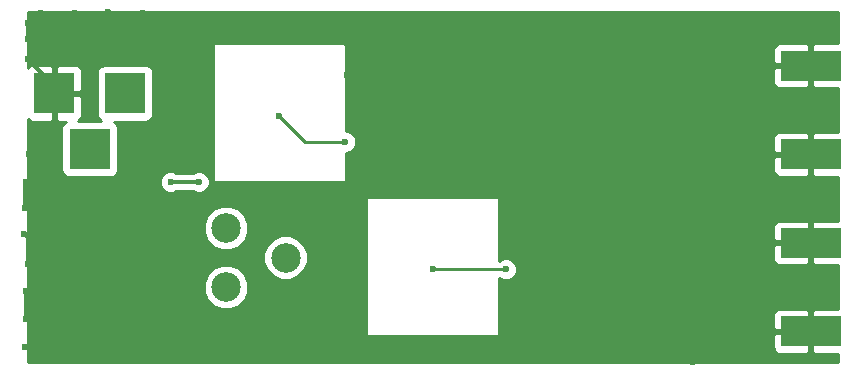
<source format=gbr>
G04 #@! TF.FileFunction,Copper,L2,Bot,Signal*
%FSLAX46Y46*%
G04 Gerber Fmt 4.6, Leading zero omitted, Abs format (unit mm)*
G04 Created by KiCad (PCBNEW 4.0.7) date 05/06/20 17:17:56*
%MOMM*%
%LPD*%
G01*
G04 APERTURE LIST*
%ADD10C,0.100000*%
%ADD11R,3.500000X3.500000*%
%ADD12R,5.080000X2.500000*%
%ADD13C,2.500000*%
%ADD14C,0.600000*%
%ADD15C,0.350000*%
%ADD16C,0.250000*%
%ADD17C,0.254000*%
G04 APERTURE END LIST*
D10*
D11*
X123952000Y-85598000D03*
X117952000Y-85598000D03*
X120952000Y-90298000D03*
D12*
X182000000Y-90750000D03*
X182000000Y-83250000D03*
X182000000Y-105750000D03*
X182000000Y-98250000D03*
D13*
X137540000Y-99500000D03*
X132500000Y-102000000D03*
X132500000Y-97000000D03*
D14*
X154350000Y-92900000D03*
X155050000Y-91775000D03*
X152075000Y-91275000D03*
X147325000Y-86625000D03*
X148225000Y-83750000D03*
X143525000Y-86725000D03*
X144350000Y-84375000D03*
X142750000Y-84025000D03*
X175500000Y-107550000D03*
X173950000Y-105350000D03*
X172650000Y-106700000D03*
X159950000Y-95850000D03*
X159400000Y-95350000D03*
X162560000Y-103886000D03*
X161544000Y-106426000D03*
X176390000Y-107050000D03*
X177680000Y-105600000D03*
X178800000Y-107330000D03*
X176630000Y-80190000D03*
X177870000Y-79830000D03*
X179130000Y-80890000D03*
X176250000Y-92930000D03*
X175080000Y-93790000D03*
X173700000Y-92550000D03*
X125500000Y-95700000D03*
X126430000Y-96160000D03*
X156720000Y-97910000D03*
X155910000Y-95600000D03*
X156800000Y-95350000D03*
X171570000Y-81930000D03*
X173740000Y-82040000D03*
X172740000Y-81310000D03*
X157810000Y-93220000D03*
X156410000Y-94500000D03*
X155270000Y-92690000D03*
X145770000Y-93450000D03*
X147760000Y-93710000D03*
X145860000Y-92570000D03*
X173100000Y-79100000D03*
X175170000Y-78900000D03*
X177240000Y-78990000D03*
X180160000Y-79060000D03*
X181500000Y-81000000D03*
X182000000Y-83250000D03*
X115700000Y-82700000D03*
X115700000Y-81000000D03*
X115700000Y-79600000D03*
X116800000Y-78800000D03*
X119700000Y-78800000D03*
X122500000Y-78700000D03*
X125500000Y-78800000D03*
X129300000Y-79000000D03*
X132700000Y-79100000D03*
X136800000Y-79300000D03*
X140900000Y-79200000D03*
X145000000Y-79300000D03*
X147900000Y-79200000D03*
X151000000Y-79200000D03*
X154200000Y-79400000D03*
X157700000Y-79200000D03*
X160100000Y-79000000D03*
X162100000Y-78900000D03*
X164500000Y-79000000D03*
X166600000Y-78900000D03*
X168600000Y-79000000D03*
X171100000Y-79200000D03*
X156800000Y-108100000D03*
X159300000Y-108100000D03*
X161500000Y-108200000D03*
X163400000Y-108200000D03*
X165300000Y-108100000D03*
X167700000Y-108100000D03*
X170000000Y-108200000D03*
X172000000Y-108300000D03*
X174500000Y-108200000D03*
X177300000Y-108200000D03*
X180100000Y-108000000D03*
X182000000Y-105750000D03*
X124500000Y-108200000D03*
X126800000Y-108200000D03*
X129400000Y-108200000D03*
X131600000Y-108200000D03*
X134300000Y-108200000D03*
X136900000Y-108200000D03*
X139200000Y-108100000D03*
X141400000Y-108200000D03*
X143800000Y-108200000D03*
X146400000Y-108200000D03*
X149100000Y-108200000D03*
X151600000Y-108200000D03*
X154300000Y-108000000D03*
X115900000Y-88700000D03*
X115800000Y-90700000D03*
X115600000Y-93100000D03*
X115500000Y-95300000D03*
X115400000Y-97500000D03*
X115700000Y-100000000D03*
X115600000Y-102300000D03*
X115600000Y-104700000D03*
X115500000Y-107100000D03*
X117000000Y-108100000D03*
X119200000Y-108100000D03*
X121800000Y-108100000D03*
X117200000Y-95500000D03*
X116400000Y-94600000D03*
X117200000Y-92800000D03*
X121412000Y-95504000D03*
X124000000Y-94600000D03*
X161600000Y-81600000D03*
X160400000Y-81600000D03*
X162600000Y-82400000D03*
X130200000Y-93100000D03*
X127800000Y-93100000D03*
X142600000Y-89700000D03*
X137000000Y-87500000D03*
X156190000Y-100500000D03*
X150000000Y-100500000D03*
D15*
X157810000Y-93220000D02*
X157810000Y-93240000D01*
X171100000Y-79200000D02*
X173000000Y-79200000D01*
X173000000Y-79200000D02*
X173100000Y-79100000D01*
X175170000Y-78900000D02*
X175370000Y-79100000D01*
X175370000Y-79100000D02*
X177240000Y-78990000D01*
X180160000Y-79060000D02*
X181300000Y-81000000D01*
X181300000Y-81000000D02*
X181500000Y-81000000D01*
X117952000Y-85598000D02*
X117952000Y-84952000D01*
X117952000Y-84952000D02*
X115700000Y-82700000D01*
X115700000Y-81000000D02*
X115700000Y-79600000D01*
X116800000Y-78800000D02*
X119700000Y-78800000D01*
X122500000Y-78700000D02*
X122600000Y-78800000D01*
X122600000Y-78800000D02*
X125500000Y-78800000D01*
X129300000Y-79000000D02*
X129400000Y-79100000D01*
X129400000Y-79100000D02*
X132700000Y-79100000D01*
X136800000Y-79300000D02*
X136900000Y-79200000D01*
X136900000Y-79200000D02*
X140900000Y-79200000D01*
X145000000Y-79300000D02*
X145100000Y-79200000D01*
X145100000Y-79200000D02*
X147900000Y-79200000D01*
X151000000Y-79200000D02*
X151200000Y-79400000D01*
X151200000Y-79400000D02*
X154200000Y-79400000D01*
X157700000Y-79200000D02*
X157900000Y-79000000D01*
X157900000Y-79000000D02*
X160100000Y-79000000D01*
X162100000Y-78900000D02*
X162200000Y-79000000D01*
X162200000Y-79000000D02*
X164500000Y-79000000D01*
X166600000Y-78900000D02*
X166700000Y-79000000D01*
X166700000Y-79000000D02*
X168600000Y-79000000D01*
X154300000Y-108000000D02*
X156700000Y-108000000D01*
X156700000Y-108000000D02*
X156800000Y-108100000D01*
X159300000Y-108100000D02*
X159400000Y-108200000D01*
X159400000Y-108200000D02*
X161500000Y-108200000D01*
X163400000Y-108200000D02*
X163500000Y-108100000D01*
X163500000Y-108100000D02*
X165300000Y-108100000D01*
X167700000Y-108100000D02*
X167800000Y-108200000D01*
X167800000Y-108200000D02*
X170000000Y-108200000D01*
X172000000Y-108300000D02*
X172100000Y-108200000D01*
X172100000Y-108200000D02*
X174500000Y-108200000D01*
X177300000Y-108200000D02*
X177500000Y-108000000D01*
X177500000Y-108000000D02*
X180100000Y-108000000D01*
X124500000Y-108200000D02*
X126800000Y-108200000D01*
X129400000Y-108200000D02*
X131600000Y-108200000D01*
X134300000Y-108200000D02*
X136900000Y-108200000D01*
X139200000Y-108100000D02*
X139300000Y-108200000D01*
X139300000Y-108200000D02*
X141400000Y-108200000D01*
X143800000Y-108200000D02*
X146400000Y-108200000D01*
X149100000Y-108200000D02*
X151600000Y-108200000D01*
X115900000Y-88700000D02*
X115800000Y-88800000D01*
X115800000Y-88800000D02*
X115800000Y-90700000D01*
X115600000Y-93100000D02*
X115500000Y-93200000D01*
X115500000Y-93200000D02*
X115500000Y-95300000D01*
X115400000Y-97500000D02*
X115700000Y-97800000D01*
X115700000Y-97800000D02*
X115700000Y-100000000D01*
X115600000Y-102300000D02*
X115600000Y-104700000D01*
X115500000Y-107100000D02*
X117000000Y-108000000D01*
X117000000Y-108000000D02*
X117000000Y-108100000D01*
X119200000Y-108100000D02*
X121800000Y-108100000D01*
X130200000Y-93100000D02*
X127800000Y-93100000D01*
D16*
X142600000Y-89700000D02*
X139200000Y-89700000D01*
X139200000Y-89700000D02*
X137000000Y-87500000D01*
X155500000Y-100500000D02*
X156000000Y-100500000D01*
X150000000Y-100500000D02*
X155500000Y-100500000D01*
D17*
G36*
X184298000Y-81365000D02*
X182285750Y-81365000D01*
X182127000Y-81523750D01*
X182127000Y-83123000D01*
X182147000Y-83123000D01*
X182147000Y-83377000D01*
X182127000Y-83377000D01*
X182127000Y-84976250D01*
X182285750Y-85135000D01*
X184298000Y-85135000D01*
X184298000Y-88865000D01*
X182285750Y-88865000D01*
X182127000Y-89023750D01*
X182127000Y-90623000D01*
X182147000Y-90623000D01*
X182147000Y-90877000D01*
X182127000Y-90877000D01*
X182127000Y-92476250D01*
X182285750Y-92635000D01*
X184298000Y-92635000D01*
X184298000Y-96365000D01*
X182285750Y-96365000D01*
X182127000Y-96523750D01*
X182127000Y-98123000D01*
X182147000Y-98123000D01*
X182147000Y-98377000D01*
X182127000Y-98377000D01*
X182127000Y-99976250D01*
X182285750Y-100135000D01*
X184298000Y-100135000D01*
X184298000Y-103865000D01*
X182285750Y-103865000D01*
X182127000Y-104023750D01*
X182127000Y-105623000D01*
X182147000Y-105623000D01*
X182147000Y-105877000D01*
X182127000Y-105877000D01*
X182127000Y-107476250D01*
X182285750Y-107635000D01*
X184298000Y-107635000D01*
X184298000Y-108298000D01*
X115702000Y-108298000D01*
X115702000Y-102371720D01*
X130622675Y-102371720D01*
X130907829Y-103061846D01*
X131435376Y-103590316D01*
X132125004Y-103876674D01*
X132871720Y-103877325D01*
X133561846Y-103592171D01*
X134090316Y-103064624D01*
X134376674Y-102374996D01*
X134377325Y-101628280D01*
X134092171Y-100938154D01*
X133564624Y-100409684D01*
X132874996Y-100123326D01*
X132128280Y-100122675D01*
X131438154Y-100407829D01*
X130909684Y-100935376D01*
X130623326Y-101625004D01*
X130622675Y-102371720D01*
X115702000Y-102371720D01*
X115702000Y-99871720D01*
X135662675Y-99871720D01*
X135947829Y-100561846D01*
X136475376Y-101090316D01*
X137165004Y-101376674D01*
X137911720Y-101377325D01*
X138601846Y-101092171D01*
X139130316Y-100564624D01*
X139416674Y-99874996D01*
X139417325Y-99128280D01*
X139132171Y-98438154D01*
X138604624Y-97909684D01*
X137914996Y-97623326D01*
X137168280Y-97622675D01*
X136478154Y-97907829D01*
X135949684Y-98435376D01*
X135663326Y-99125004D01*
X135662675Y-99871720D01*
X115702000Y-99871720D01*
X115702000Y-97371720D01*
X130622675Y-97371720D01*
X130907829Y-98061846D01*
X131435376Y-98590316D01*
X132125004Y-98876674D01*
X132871720Y-98877325D01*
X133561846Y-98592171D01*
X134090316Y-98064624D01*
X134376674Y-97374996D01*
X134377325Y-96628280D01*
X134092171Y-95938154D01*
X133564624Y-95409684D01*
X132874996Y-95123326D01*
X132128280Y-95122675D01*
X131438154Y-95407829D01*
X130909684Y-95935376D01*
X130623326Y-96625004D01*
X130622675Y-97371720D01*
X115702000Y-97371720D01*
X115702000Y-94500000D01*
X144373000Y-94500000D01*
X144373000Y-106000000D01*
X144383006Y-106049410D01*
X144411447Y-106091035D01*
X144453841Y-106118315D01*
X144500000Y-106127000D01*
X155500000Y-106127000D01*
X155549410Y-106116994D01*
X155591035Y-106088553D01*
X155618315Y-106046159D01*
X155620273Y-106035750D01*
X178825000Y-106035750D01*
X178825000Y-107126309D01*
X178921673Y-107359698D01*
X179100301Y-107538327D01*
X179333690Y-107635000D01*
X181714250Y-107635000D01*
X181873000Y-107476250D01*
X181873000Y-105877000D01*
X178983750Y-105877000D01*
X178825000Y-106035750D01*
X155620273Y-106035750D01*
X155627000Y-106000000D01*
X155627000Y-104373691D01*
X178825000Y-104373691D01*
X178825000Y-105464250D01*
X178983750Y-105623000D01*
X181873000Y-105623000D01*
X181873000Y-104023750D01*
X181714250Y-103865000D01*
X179333690Y-103865000D01*
X179100301Y-103961673D01*
X178921673Y-104140302D01*
X178825000Y-104373691D01*
X155627000Y-104373691D01*
X155627000Y-101252000D01*
X155630855Y-101252000D01*
X155664211Y-101285414D01*
X156004799Y-101426839D01*
X156373583Y-101427161D01*
X156714417Y-101286331D01*
X156975414Y-101025789D01*
X157116839Y-100685201D01*
X157117161Y-100316417D01*
X156976331Y-99975583D01*
X156715789Y-99714586D01*
X156375201Y-99573161D01*
X156006417Y-99572839D01*
X155665583Y-99713669D01*
X155631192Y-99748000D01*
X155627000Y-99748000D01*
X155627000Y-98535750D01*
X178825000Y-98535750D01*
X178825000Y-99626309D01*
X178921673Y-99859698D01*
X179100301Y-100038327D01*
X179333690Y-100135000D01*
X181714250Y-100135000D01*
X181873000Y-99976250D01*
X181873000Y-98377000D01*
X178983750Y-98377000D01*
X178825000Y-98535750D01*
X155627000Y-98535750D01*
X155627000Y-96873691D01*
X178825000Y-96873691D01*
X178825000Y-97964250D01*
X178983750Y-98123000D01*
X181873000Y-98123000D01*
X181873000Y-96523750D01*
X181714250Y-96365000D01*
X179333690Y-96365000D01*
X179100301Y-96461673D01*
X178921673Y-96640302D01*
X178825000Y-96873691D01*
X155627000Y-96873691D01*
X155627000Y-94500000D01*
X155616994Y-94450590D01*
X155588553Y-94408965D01*
X155546159Y-94381685D01*
X155500000Y-94373000D01*
X144500000Y-94373000D01*
X144450590Y-94383006D01*
X144408965Y-94411447D01*
X144381685Y-94453841D01*
X144373000Y-94500000D01*
X115702000Y-94500000D01*
X115702000Y-93283583D01*
X126872839Y-93283583D01*
X127013669Y-93624417D01*
X127274211Y-93885414D01*
X127614799Y-94026839D01*
X127983583Y-94027161D01*
X128286495Y-93902000D01*
X129714154Y-93902000D01*
X130014799Y-94026839D01*
X130383583Y-94027161D01*
X130724417Y-93886331D01*
X130985414Y-93625789D01*
X131126839Y-93285201D01*
X131127161Y-92916417D01*
X130986331Y-92575583D01*
X130725789Y-92314586D01*
X130385201Y-92173161D01*
X130016417Y-92172839D01*
X129713505Y-92298000D01*
X128285846Y-92298000D01*
X127985201Y-92173161D01*
X127616417Y-92172839D01*
X127275583Y-92313669D01*
X127014586Y-92574211D01*
X126873161Y-92914799D01*
X126872839Y-93283583D01*
X115702000Y-93283583D01*
X115702000Y-87746026D01*
X115842302Y-87886327D01*
X116075691Y-87983000D01*
X117666250Y-87983000D01*
X117825000Y-87824250D01*
X117825000Y-85725000D01*
X118079000Y-85725000D01*
X118079000Y-87824250D01*
X118237750Y-87983000D01*
X118922152Y-87983000D01*
X118756247Y-88089757D01*
X118613083Y-88299283D01*
X118562717Y-88548000D01*
X118562717Y-92048000D01*
X118606437Y-92280352D01*
X118743757Y-92493753D01*
X118953283Y-92636917D01*
X119202000Y-92687283D01*
X122702000Y-92687283D01*
X122934352Y-92643563D01*
X123147753Y-92506243D01*
X123290917Y-92296717D01*
X123341283Y-92048000D01*
X123341283Y-88548000D01*
X123297563Y-88315648D01*
X123160243Y-88102247D01*
X122991989Y-87987283D01*
X125702000Y-87987283D01*
X125934352Y-87943563D01*
X126147753Y-87806243D01*
X126290917Y-87596717D01*
X126341283Y-87348000D01*
X126341283Y-83848000D01*
X126297563Y-83615648D01*
X126160243Y-83402247D01*
X125950717Y-83259083D01*
X125702000Y-83208717D01*
X122202000Y-83208717D01*
X121969648Y-83252437D01*
X121756247Y-83389757D01*
X121613083Y-83599283D01*
X121562717Y-83848000D01*
X121562717Y-87348000D01*
X121606437Y-87580352D01*
X121743757Y-87793753D01*
X121912011Y-87908717D01*
X120007644Y-87908717D01*
X120061698Y-87886327D01*
X120240327Y-87707699D01*
X120337000Y-87474310D01*
X120337000Y-85883750D01*
X120178250Y-85725000D01*
X118079000Y-85725000D01*
X117825000Y-85725000D01*
X117805000Y-85725000D01*
X117805000Y-85471000D01*
X117825000Y-85471000D01*
X117825000Y-83371750D01*
X118079000Y-83371750D01*
X118079000Y-85471000D01*
X120178250Y-85471000D01*
X120337000Y-85312250D01*
X120337000Y-83721690D01*
X120240327Y-83488301D01*
X120061698Y-83309673D01*
X119828309Y-83213000D01*
X118237750Y-83213000D01*
X118079000Y-83371750D01*
X117825000Y-83371750D01*
X117666250Y-83213000D01*
X116075691Y-83213000D01*
X115842302Y-83309673D01*
X115702000Y-83449974D01*
X115702000Y-81500000D01*
X131373000Y-81500000D01*
X131373000Y-93000000D01*
X131383006Y-93049410D01*
X131411447Y-93091035D01*
X131453841Y-93118315D01*
X131500000Y-93127000D01*
X142500000Y-93127000D01*
X142549410Y-93116994D01*
X142591035Y-93088553D01*
X142618315Y-93046159D01*
X142627000Y-93000000D01*
X142627000Y-91035750D01*
X178825000Y-91035750D01*
X178825000Y-92126309D01*
X178921673Y-92359698D01*
X179100301Y-92538327D01*
X179333690Y-92635000D01*
X181714250Y-92635000D01*
X181873000Y-92476250D01*
X181873000Y-90877000D01*
X178983750Y-90877000D01*
X178825000Y-91035750D01*
X142627000Y-91035750D01*
X142627000Y-90627024D01*
X142783583Y-90627161D01*
X143124417Y-90486331D01*
X143385414Y-90225789D01*
X143526839Y-89885201D01*
X143527161Y-89516417D01*
X143468188Y-89373691D01*
X178825000Y-89373691D01*
X178825000Y-90464250D01*
X178983750Y-90623000D01*
X181873000Y-90623000D01*
X181873000Y-89023750D01*
X181714250Y-88865000D01*
X179333690Y-88865000D01*
X179100301Y-88961673D01*
X178921673Y-89140302D01*
X178825000Y-89373691D01*
X143468188Y-89373691D01*
X143386331Y-89175583D01*
X143125789Y-88914586D01*
X142785201Y-88773161D01*
X142627000Y-88773023D01*
X142627000Y-83535750D01*
X178825000Y-83535750D01*
X178825000Y-84626309D01*
X178921673Y-84859698D01*
X179100301Y-85038327D01*
X179333690Y-85135000D01*
X181714250Y-85135000D01*
X181873000Y-84976250D01*
X181873000Y-83377000D01*
X178983750Y-83377000D01*
X178825000Y-83535750D01*
X142627000Y-83535750D01*
X142627000Y-81873691D01*
X178825000Y-81873691D01*
X178825000Y-82964250D01*
X178983750Y-83123000D01*
X181873000Y-83123000D01*
X181873000Y-81523750D01*
X181714250Y-81365000D01*
X179333690Y-81365000D01*
X179100301Y-81461673D01*
X178921673Y-81640302D01*
X178825000Y-81873691D01*
X142627000Y-81873691D01*
X142627000Y-81500000D01*
X142616994Y-81450590D01*
X142588553Y-81408965D01*
X142546159Y-81381685D01*
X142500000Y-81373000D01*
X131500000Y-81373000D01*
X131450590Y-81383006D01*
X131408965Y-81411447D01*
X131381685Y-81453841D01*
X131373000Y-81500000D01*
X115702000Y-81500000D01*
X115702000Y-78702000D01*
X184298000Y-78702000D01*
X184298000Y-81365000D01*
X184298000Y-81365000D01*
G37*
X184298000Y-81365000D02*
X182285750Y-81365000D01*
X182127000Y-81523750D01*
X182127000Y-83123000D01*
X182147000Y-83123000D01*
X182147000Y-83377000D01*
X182127000Y-83377000D01*
X182127000Y-84976250D01*
X182285750Y-85135000D01*
X184298000Y-85135000D01*
X184298000Y-88865000D01*
X182285750Y-88865000D01*
X182127000Y-89023750D01*
X182127000Y-90623000D01*
X182147000Y-90623000D01*
X182147000Y-90877000D01*
X182127000Y-90877000D01*
X182127000Y-92476250D01*
X182285750Y-92635000D01*
X184298000Y-92635000D01*
X184298000Y-96365000D01*
X182285750Y-96365000D01*
X182127000Y-96523750D01*
X182127000Y-98123000D01*
X182147000Y-98123000D01*
X182147000Y-98377000D01*
X182127000Y-98377000D01*
X182127000Y-99976250D01*
X182285750Y-100135000D01*
X184298000Y-100135000D01*
X184298000Y-103865000D01*
X182285750Y-103865000D01*
X182127000Y-104023750D01*
X182127000Y-105623000D01*
X182147000Y-105623000D01*
X182147000Y-105877000D01*
X182127000Y-105877000D01*
X182127000Y-107476250D01*
X182285750Y-107635000D01*
X184298000Y-107635000D01*
X184298000Y-108298000D01*
X115702000Y-108298000D01*
X115702000Y-102371720D01*
X130622675Y-102371720D01*
X130907829Y-103061846D01*
X131435376Y-103590316D01*
X132125004Y-103876674D01*
X132871720Y-103877325D01*
X133561846Y-103592171D01*
X134090316Y-103064624D01*
X134376674Y-102374996D01*
X134377325Y-101628280D01*
X134092171Y-100938154D01*
X133564624Y-100409684D01*
X132874996Y-100123326D01*
X132128280Y-100122675D01*
X131438154Y-100407829D01*
X130909684Y-100935376D01*
X130623326Y-101625004D01*
X130622675Y-102371720D01*
X115702000Y-102371720D01*
X115702000Y-99871720D01*
X135662675Y-99871720D01*
X135947829Y-100561846D01*
X136475376Y-101090316D01*
X137165004Y-101376674D01*
X137911720Y-101377325D01*
X138601846Y-101092171D01*
X139130316Y-100564624D01*
X139416674Y-99874996D01*
X139417325Y-99128280D01*
X139132171Y-98438154D01*
X138604624Y-97909684D01*
X137914996Y-97623326D01*
X137168280Y-97622675D01*
X136478154Y-97907829D01*
X135949684Y-98435376D01*
X135663326Y-99125004D01*
X135662675Y-99871720D01*
X115702000Y-99871720D01*
X115702000Y-97371720D01*
X130622675Y-97371720D01*
X130907829Y-98061846D01*
X131435376Y-98590316D01*
X132125004Y-98876674D01*
X132871720Y-98877325D01*
X133561846Y-98592171D01*
X134090316Y-98064624D01*
X134376674Y-97374996D01*
X134377325Y-96628280D01*
X134092171Y-95938154D01*
X133564624Y-95409684D01*
X132874996Y-95123326D01*
X132128280Y-95122675D01*
X131438154Y-95407829D01*
X130909684Y-95935376D01*
X130623326Y-96625004D01*
X130622675Y-97371720D01*
X115702000Y-97371720D01*
X115702000Y-94500000D01*
X144373000Y-94500000D01*
X144373000Y-106000000D01*
X144383006Y-106049410D01*
X144411447Y-106091035D01*
X144453841Y-106118315D01*
X144500000Y-106127000D01*
X155500000Y-106127000D01*
X155549410Y-106116994D01*
X155591035Y-106088553D01*
X155618315Y-106046159D01*
X155620273Y-106035750D01*
X178825000Y-106035750D01*
X178825000Y-107126309D01*
X178921673Y-107359698D01*
X179100301Y-107538327D01*
X179333690Y-107635000D01*
X181714250Y-107635000D01*
X181873000Y-107476250D01*
X181873000Y-105877000D01*
X178983750Y-105877000D01*
X178825000Y-106035750D01*
X155620273Y-106035750D01*
X155627000Y-106000000D01*
X155627000Y-104373691D01*
X178825000Y-104373691D01*
X178825000Y-105464250D01*
X178983750Y-105623000D01*
X181873000Y-105623000D01*
X181873000Y-104023750D01*
X181714250Y-103865000D01*
X179333690Y-103865000D01*
X179100301Y-103961673D01*
X178921673Y-104140302D01*
X178825000Y-104373691D01*
X155627000Y-104373691D01*
X155627000Y-101252000D01*
X155630855Y-101252000D01*
X155664211Y-101285414D01*
X156004799Y-101426839D01*
X156373583Y-101427161D01*
X156714417Y-101286331D01*
X156975414Y-101025789D01*
X157116839Y-100685201D01*
X157117161Y-100316417D01*
X156976331Y-99975583D01*
X156715789Y-99714586D01*
X156375201Y-99573161D01*
X156006417Y-99572839D01*
X155665583Y-99713669D01*
X155631192Y-99748000D01*
X155627000Y-99748000D01*
X155627000Y-98535750D01*
X178825000Y-98535750D01*
X178825000Y-99626309D01*
X178921673Y-99859698D01*
X179100301Y-100038327D01*
X179333690Y-100135000D01*
X181714250Y-100135000D01*
X181873000Y-99976250D01*
X181873000Y-98377000D01*
X178983750Y-98377000D01*
X178825000Y-98535750D01*
X155627000Y-98535750D01*
X155627000Y-96873691D01*
X178825000Y-96873691D01*
X178825000Y-97964250D01*
X178983750Y-98123000D01*
X181873000Y-98123000D01*
X181873000Y-96523750D01*
X181714250Y-96365000D01*
X179333690Y-96365000D01*
X179100301Y-96461673D01*
X178921673Y-96640302D01*
X178825000Y-96873691D01*
X155627000Y-96873691D01*
X155627000Y-94500000D01*
X155616994Y-94450590D01*
X155588553Y-94408965D01*
X155546159Y-94381685D01*
X155500000Y-94373000D01*
X144500000Y-94373000D01*
X144450590Y-94383006D01*
X144408965Y-94411447D01*
X144381685Y-94453841D01*
X144373000Y-94500000D01*
X115702000Y-94500000D01*
X115702000Y-93283583D01*
X126872839Y-93283583D01*
X127013669Y-93624417D01*
X127274211Y-93885414D01*
X127614799Y-94026839D01*
X127983583Y-94027161D01*
X128286495Y-93902000D01*
X129714154Y-93902000D01*
X130014799Y-94026839D01*
X130383583Y-94027161D01*
X130724417Y-93886331D01*
X130985414Y-93625789D01*
X131126839Y-93285201D01*
X131127161Y-92916417D01*
X130986331Y-92575583D01*
X130725789Y-92314586D01*
X130385201Y-92173161D01*
X130016417Y-92172839D01*
X129713505Y-92298000D01*
X128285846Y-92298000D01*
X127985201Y-92173161D01*
X127616417Y-92172839D01*
X127275583Y-92313669D01*
X127014586Y-92574211D01*
X126873161Y-92914799D01*
X126872839Y-93283583D01*
X115702000Y-93283583D01*
X115702000Y-87746026D01*
X115842302Y-87886327D01*
X116075691Y-87983000D01*
X117666250Y-87983000D01*
X117825000Y-87824250D01*
X117825000Y-85725000D01*
X118079000Y-85725000D01*
X118079000Y-87824250D01*
X118237750Y-87983000D01*
X118922152Y-87983000D01*
X118756247Y-88089757D01*
X118613083Y-88299283D01*
X118562717Y-88548000D01*
X118562717Y-92048000D01*
X118606437Y-92280352D01*
X118743757Y-92493753D01*
X118953283Y-92636917D01*
X119202000Y-92687283D01*
X122702000Y-92687283D01*
X122934352Y-92643563D01*
X123147753Y-92506243D01*
X123290917Y-92296717D01*
X123341283Y-92048000D01*
X123341283Y-88548000D01*
X123297563Y-88315648D01*
X123160243Y-88102247D01*
X122991989Y-87987283D01*
X125702000Y-87987283D01*
X125934352Y-87943563D01*
X126147753Y-87806243D01*
X126290917Y-87596717D01*
X126341283Y-87348000D01*
X126341283Y-83848000D01*
X126297563Y-83615648D01*
X126160243Y-83402247D01*
X125950717Y-83259083D01*
X125702000Y-83208717D01*
X122202000Y-83208717D01*
X121969648Y-83252437D01*
X121756247Y-83389757D01*
X121613083Y-83599283D01*
X121562717Y-83848000D01*
X121562717Y-87348000D01*
X121606437Y-87580352D01*
X121743757Y-87793753D01*
X121912011Y-87908717D01*
X120007644Y-87908717D01*
X120061698Y-87886327D01*
X120240327Y-87707699D01*
X120337000Y-87474310D01*
X120337000Y-85883750D01*
X120178250Y-85725000D01*
X118079000Y-85725000D01*
X117825000Y-85725000D01*
X117805000Y-85725000D01*
X117805000Y-85471000D01*
X117825000Y-85471000D01*
X117825000Y-83371750D01*
X118079000Y-83371750D01*
X118079000Y-85471000D01*
X120178250Y-85471000D01*
X120337000Y-85312250D01*
X120337000Y-83721690D01*
X120240327Y-83488301D01*
X120061698Y-83309673D01*
X119828309Y-83213000D01*
X118237750Y-83213000D01*
X118079000Y-83371750D01*
X117825000Y-83371750D01*
X117666250Y-83213000D01*
X116075691Y-83213000D01*
X115842302Y-83309673D01*
X115702000Y-83449974D01*
X115702000Y-81500000D01*
X131373000Y-81500000D01*
X131373000Y-93000000D01*
X131383006Y-93049410D01*
X131411447Y-93091035D01*
X131453841Y-93118315D01*
X131500000Y-93127000D01*
X142500000Y-93127000D01*
X142549410Y-93116994D01*
X142591035Y-93088553D01*
X142618315Y-93046159D01*
X142627000Y-93000000D01*
X142627000Y-91035750D01*
X178825000Y-91035750D01*
X178825000Y-92126309D01*
X178921673Y-92359698D01*
X179100301Y-92538327D01*
X179333690Y-92635000D01*
X181714250Y-92635000D01*
X181873000Y-92476250D01*
X181873000Y-90877000D01*
X178983750Y-90877000D01*
X178825000Y-91035750D01*
X142627000Y-91035750D01*
X142627000Y-90627024D01*
X142783583Y-90627161D01*
X143124417Y-90486331D01*
X143385414Y-90225789D01*
X143526839Y-89885201D01*
X143527161Y-89516417D01*
X143468188Y-89373691D01*
X178825000Y-89373691D01*
X178825000Y-90464250D01*
X178983750Y-90623000D01*
X181873000Y-90623000D01*
X181873000Y-89023750D01*
X181714250Y-88865000D01*
X179333690Y-88865000D01*
X179100301Y-88961673D01*
X178921673Y-89140302D01*
X178825000Y-89373691D01*
X143468188Y-89373691D01*
X143386331Y-89175583D01*
X143125789Y-88914586D01*
X142785201Y-88773161D01*
X142627000Y-88773023D01*
X142627000Y-83535750D01*
X178825000Y-83535750D01*
X178825000Y-84626309D01*
X178921673Y-84859698D01*
X179100301Y-85038327D01*
X179333690Y-85135000D01*
X181714250Y-85135000D01*
X181873000Y-84976250D01*
X181873000Y-83377000D01*
X178983750Y-83377000D01*
X178825000Y-83535750D01*
X142627000Y-83535750D01*
X142627000Y-81873691D01*
X178825000Y-81873691D01*
X178825000Y-82964250D01*
X178983750Y-83123000D01*
X181873000Y-83123000D01*
X181873000Y-81523750D01*
X181714250Y-81365000D01*
X179333690Y-81365000D01*
X179100301Y-81461673D01*
X178921673Y-81640302D01*
X178825000Y-81873691D01*
X142627000Y-81873691D01*
X142627000Y-81500000D01*
X142616994Y-81450590D01*
X142588553Y-81408965D01*
X142546159Y-81381685D01*
X142500000Y-81373000D01*
X131500000Y-81373000D01*
X131450590Y-81383006D01*
X131408965Y-81411447D01*
X131381685Y-81453841D01*
X131373000Y-81500000D01*
X115702000Y-81500000D01*
X115702000Y-78702000D01*
X184298000Y-78702000D01*
X184298000Y-81365000D01*
M02*

</source>
